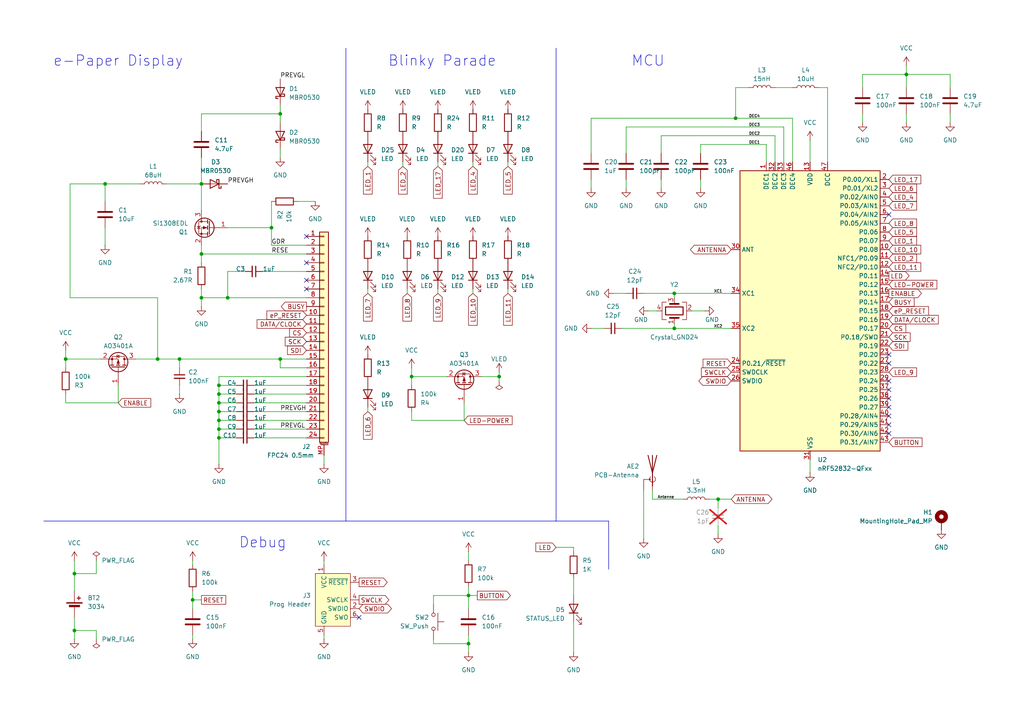
<source format=kicad_sch>
(kicad_sch (version 20231120) (generator "eeschema") (generator_version "8.0")
  (paper "A4")
  (junction (at 135.89 172.72))
  (junction (at 21.59 166.37))
  (junction (at 58.42 53.34))
  (junction (at 213.36 34.29))
  (junction (at 58.42 73.66))
  (junction (at 63.5 116.84))
  (junction (at 63.5 121.92))
  (junction (at 144.78 109.22))
  (junction (at 81.28 104.14))
  (junction (at 63.5 111.76))
  (junction (at 52.07 104.14))
  (junction (at 119.38 109.22))
  (junction (at 19.05 104.14))
  (junction (at 63.5 127))
  (junction (at 21.59 182.88))
  (junction (at 81.28 33.02))
  (junction (at 262.89 21.59))
  (junction (at 55.88 173.99))
  (junction (at 58.42 86.36))
  (junction (at 78.74 66.04))
  (junction (at 63.5 119.38))
  (junction (at 135.89 186.69))
  (junction (at 195.58 95.25))
  (junction (at 63.5 124.46))
  (junction (at 30.48 53.34))
  (junction (at 63.5 114.3))
  (junction (at 66.04 86.36))
  (junction (at 195.58 85.09))
  (junction (at 208.28 144.78))
  (junction (at 45.72 104.14))
  (no_connect (at 257.81 105.41))
  (no_connect (at 257.81 110.49))
  (no_connect (at 257.81 125.73))
  (no_connect (at 104.14 179.07))
  (no_connect (at 88.9 76.2))
  (no_connect (at 257.81 62.23))
  (no_connect (at 257.81 118.11))
  (no_connect (at 257.81 113.03))
  (no_connect (at 88.9 83.82))
  (no_connect (at 257.81 123.19))
  (no_connect (at 257.81 115.57))
  (no_connect (at 257.81 120.65))
  (no_connect (at 88.9 68.58))
  (no_connect (at 257.81 102.87))
  (no_connect (at 88.9 81.28))
  (wire (pts (xy 262.89 21.59) (xy 250.19 21.59)))
  (wire (pts (xy 27.94 185.42) (xy 27.94 182.88)))
  (wire (pts (xy 166.37 158.75) (xy 166.37 160.02)))
  (wire (pts (xy 19.05 101.6) (xy 19.05 104.14)))
  (wire (pts (xy 262.89 19.05) (xy 262.89 21.59)))
  (wire (pts (xy 208.28 147.32) (xy 208.28 144.78)))
  (wire (pts (xy 125.73 175.26) (xy 125.73 172.72)))
  (wire (pts (xy 63.5 121.92) (xy 63.5 119.38)))
  (wire (pts (xy 76.2 78.74) (xy 88.9 78.74)))
  (wire (pts (xy 195.58 85.09) (xy 186.69 85.09)))
  (wire (pts (xy 125.73 172.72) (xy 135.89 172.72)))
  (wire (pts (xy 20.32 53.34) (xy 20.32 86.36)))
  (wire (pts (xy 73.66 111.76) (xy 88.9 111.76)))
  (wire (pts (xy 229.87 46.99) (xy 229.87 34.29)))
  (wire (pts (xy 234.95 133.35) (xy 234.95 137.16)))
  (wire (pts (xy 118.11 83.82) (xy 118.11 85.09)))
  (wire (pts (xy 262.89 21.59) (xy 275.59 21.59)))
  (wire (pts (xy 135.89 170.18) (xy 135.89 172.72)))
  (wire (pts (xy 93.98 132.08) (xy 93.98 134.62)))
  (wire (pts (xy 68.58 114.3) (xy 63.5 114.3)))
  (wire (pts (xy 144.78 107.95) (xy 144.78 109.22)))
  (wire (pts (xy 240.03 25.4) (xy 240.03 46.99)))
  (wire (pts (xy 125.73 186.69) (xy 125.73 185.42)))
  (wire (pts (xy 127 46.99) (xy 127 48.26)))
  (wire (pts (xy 134.62 116.84) (xy 134.62 121.92)))
  (wire (pts (xy 63.5 114.3) (xy 63.5 116.84)))
  (wire (pts (xy 45.72 86.36) (xy 45.72 104.14)))
  (wire (pts (xy 135.89 160.02) (xy 135.89 162.56)))
  (wire (pts (xy 48.26 53.34) (xy 58.42 53.34)))
  (wire (pts (xy 39.37 104.14) (xy 45.72 104.14)))
  (wire (pts (xy 55.88 184.15) (xy 55.88 185.42)))
  (wire (pts (xy 203.2 41.91) (xy 203.2 44.45)))
  (wire (pts (xy 73.66 116.84) (xy 88.9 116.84)))
  (wire (pts (xy 58.42 45.72) (xy 58.42 53.34)))
  (wire (pts (xy 66.04 86.36) (xy 66.04 78.74)))
  (wire (pts (xy 63.5 116.84) (xy 68.58 116.84)))
  (wire (pts (xy 81.28 33.02) (xy 81.28 35.56)))
  (wire (pts (xy 125.73 186.69) (xy 135.89 186.69)))
  (wire (pts (xy 135.89 189.23) (xy 135.89 186.69)))
  (wire (pts (xy 106.68 118.11) (xy 106.68 119.38)))
  (wire (pts (xy 106.68 46.99) (xy 106.68 48.26)))
  (wire (pts (xy 68.58 119.38) (xy 63.5 119.38)))
  (wire (pts (xy 275.59 33.02) (xy 275.59 35.56)))
  (wire (pts (xy 161.29 158.75) (xy 166.37 158.75)))
  (wire (pts (xy 191.77 52.07) (xy 191.77 54.61)))
  (wire (pts (xy 55.88 162.56) (xy 55.88 163.83)))
  (wire (pts (xy 58.42 173.99) (xy 55.88 173.99)))
  (wire (pts (xy 166.37 167.64) (xy 166.37 172.72)))
  (wire (pts (xy 58.42 73.66) (xy 58.42 76.2)))
  (wire (pts (xy 55.88 173.99) (xy 55.88 176.53)))
  (wire (pts (xy 81.28 30.48) (xy 81.28 33.02)))
  (wire (pts (xy 30.48 53.34) (xy 20.32 53.34)))
  (wire (pts (xy 181.61 52.07) (xy 181.61 54.61)))
  (wire (pts (xy 68.58 124.46) (xy 63.5 124.46)))
  (wire (pts (xy 66.04 78.74) (xy 71.12 78.74)))
  (wire (pts (xy 73.66 119.38) (xy 88.9 119.38)))
  (polyline (pts (xy 161.29 151.13) (xy 176.53 151.13)))
  (wire (pts (xy 171.45 34.29) (xy 171.45 44.45)))
  (wire (pts (xy 88.9 86.36) (xy 66.04 86.36)))
  (wire (pts (xy 139.7 109.22) (xy 144.78 109.22)))
  (wire (pts (xy 135.89 184.15) (xy 135.89 186.69)))
  (wire (pts (xy 73.66 124.46) (xy 88.9 124.46)))
  (wire (pts (xy 187.96 90.17) (xy 190.5 90.17)))
  (wire (pts (xy 222.25 46.99) (xy 222.25 41.91)))
  (wire (pts (xy 81.28 104.14) (xy 88.9 104.14)))
  (wire (pts (xy 68.58 121.92) (xy 63.5 121.92)))
  (polyline (pts (xy 100.33 13.97) (xy 100.33 151.13)))
  (wire (pts (xy 34.29 111.76) (xy 34.29 116.84)))
  (wire (pts (xy 86.36 58.42) (xy 91.44 58.42)))
  (wire (pts (xy 73.66 127) (xy 88.9 127)))
  (wire (pts (xy 250.19 33.02) (xy 250.19 35.56)))
  (wire (pts (xy 200.66 90.17) (xy 204.47 90.17)))
  (wire (pts (xy 88.9 106.68) (xy 81.28 106.68)))
  (wire (pts (xy 213.36 34.29) (xy 171.45 34.29)))
  (wire (pts (xy 19.05 116.84) (xy 19.05 114.3)))
  (wire (pts (xy 144.78 110.49) (xy 144.78 109.22)))
  (wire (pts (xy 21.59 179.07) (xy 21.59 182.88)))
  (wire (pts (xy 222.25 41.91) (xy 203.2 41.91)))
  (wire (pts (xy 203.2 52.07) (xy 203.2 54.61)))
  (wire (pts (xy 68.58 111.76) (xy 63.5 111.76)))
  (wire (pts (xy 198.12 144.78) (xy 189.23 144.78)))
  (wire (pts (xy 58.42 71.12) (xy 58.42 73.66)))
  (wire (pts (xy 177.8 85.09) (xy 181.61 85.09)))
  (polyline (pts (xy 161.29 13.97) (xy 161.29 151.13)))
  (wire (pts (xy 212.09 95.25) (xy 195.58 95.25)))
  (wire (pts (xy 137.16 83.82) (xy 137.16 85.09)))
  (wire (pts (xy 135.89 172.72) (xy 135.89 176.53)))
  (wire (pts (xy 138.43 172.72) (xy 135.89 172.72)))
  (wire (pts (xy 147.32 83.82) (xy 147.32 85.09)))
  (wire (pts (xy 66.04 66.04) (xy 78.74 66.04)))
  (wire (pts (xy 52.07 104.14) (xy 81.28 104.14)))
  (wire (pts (xy 30.48 66.04) (xy 30.48 71.12)))
  (wire (pts (xy 129.54 109.22) (xy 119.38 109.22)))
  (wire (pts (xy 134.62 121.92) (xy 119.38 121.92)))
  (wire (pts (xy 55.88 171.45) (xy 55.88 173.99)))
  (wire (pts (xy 78.74 71.12) (xy 88.9 71.12)))
  (wire (pts (xy 58.42 83.82) (xy 58.42 86.36)))
  (wire (pts (xy 195.58 95.25) (xy 180.34 95.25)))
  (polyline (pts (xy 12.7 151.13) (xy 161.29 151.13)))
  (wire (pts (xy 20.32 86.36) (xy 45.72 86.36)))
  (wire (pts (xy 58.42 73.66) (xy 88.9 73.66)))
  (wire (pts (xy 106.68 83.82) (xy 106.68 85.09)))
  (wire (pts (xy 208.28 144.78) (xy 205.74 144.78)))
  (wire (pts (xy 73.66 114.3) (xy 88.9 114.3)))
  (wire (pts (xy 147.32 46.99) (xy 147.32 48.26)))
  (wire (pts (xy 208.28 152.4) (xy 208.28 154.94)))
  (wire (pts (xy 29.21 104.14) (xy 19.05 104.14)))
  (wire (pts (xy 224.79 46.99) (xy 224.79 39.37)))
  (wire (pts (xy 234.95 40.64) (xy 234.95 46.99)))
  (wire (pts (xy 27.94 166.37) (xy 21.59 166.37)))
  (polyline (pts (xy 176.53 151.13) (xy 176.53 165.1)))
  (wire (pts (xy 73.66 121.92) (xy 88.9 121.92)))
  (wire (pts (xy 262.89 33.02) (xy 262.89 35.56)))
  (wire (pts (xy 78.74 66.04) (xy 78.74 71.12)))
  (wire (pts (xy 40.64 53.34) (xy 30.48 53.34)))
  (wire (pts (xy 63.5 109.22) (xy 88.9 109.22)))
  (wire (pts (xy 68.58 127) (xy 63.5 127)))
  (wire (pts (xy 78.74 58.42) (xy 78.74 66.04)))
  (wire (pts (xy 195.58 85.09) (xy 195.58 86.36)))
  (wire (pts (xy 275.59 21.59) (xy 275.59 25.4)))
  (wire (pts (xy 63.5 124.46) (xy 63.5 121.92)))
  (wire (pts (xy 27.94 162.56) (xy 27.94 166.37)))
  (wire (pts (xy 119.38 106.68) (xy 119.38 109.22)))
  (wire (pts (xy 166.37 180.34) (xy 166.37 189.23)))
  (wire (pts (xy 119.38 121.92) (xy 119.38 119.38)))
  (wire (pts (xy 63.5 109.22) (xy 63.5 111.76)))
  (wire (pts (xy 191.77 39.37) (xy 191.77 44.45)))
  (wire (pts (xy 81.28 33.02) (xy 58.42 33.02)))
  (wire (pts (xy 58.42 33.02) (xy 58.42 38.1)))
  (wire (pts (xy 116.84 46.99) (xy 116.84 48.26)))
  (wire (pts (xy 227.33 36.83) (xy 181.61 36.83)))
  (wire (pts (xy 212.09 85.09) (xy 195.58 85.09)))
  (wire (pts (xy 137.16 46.99) (xy 137.16 48.26)))
  (wire (pts (xy 186.69 142.24) (xy 186.69 156.21)))
  (wire (pts (xy 63.5 127) (xy 63.5 134.62)))
  (wire (pts (xy 19.05 104.14) (xy 19.05 106.68)))
  (wire (pts (xy 240.03 25.4) (xy 237.49 25.4)))
  (wire (pts (xy 27.94 182.88) (xy 21.59 182.88)))
  (wire (pts (xy 21.59 162.56) (xy 21.59 166.37)))
  (wire (pts (xy 189.23 142.24) (xy 189.23 144.78)))
  (wire (pts (xy 227.33 46.99) (xy 227.33 36.83)))
  (wire (pts (xy 58.42 86.36) (xy 58.42 88.9)))
  (wire (pts (xy 229.87 34.29) (xy 213.36 34.29)))
  (wire (pts (xy 93.98 184.15) (xy 93.98 185.42)))
  (wire (pts (xy 63.5 111.76) (xy 63.5 114.3)))
  (wire (pts (xy 262.89 25.4) (xy 262.89 21.59)))
  (wire (pts (xy 250.19 21.59) (xy 250.19 25.4)))
  (wire (pts (xy 217.17 25.4) (xy 213.36 25.4)))
  (wire (pts (xy 34.29 116.84) (xy 19.05 116.84)))
  (wire (pts (xy 181.61 36.83) (xy 181.61 44.45)))
  (wire (pts (xy 81.28 106.68) (xy 81.28 104.14)))
  (wire (pts (xy 30.48 53.34) (xy 30.48 58.42)))
  (wire (pts (xy 213.36 25.4) (xy 213.36 34.29)))
  (wire (pts (xy 21.59 182.88) (xy 21.59 185.42)))
  (wire (pts (xy 21.59 166.37) (xy 21.59 171.45)))
  (wire (pts (xy 171.45 95.25) (xy 175.26 95.25)))
  (wire (pts (xy 63.5 119.38) (xy 63.5 116.84)))
  (wire (pts (xy 58.42 53.34) (xy 58.42 60.96)))
  (wire (pts (xy 119.38 109.22) (xy 119.38 111.76)))
  (wire (pts (xy 81.28 43.18) (xy 81.28 45.72)))
  (wire (pts (xy 52.07 111.76) (xy 52.07 114.3)))
  (wire (pts (xy 58.42 86.36) (xy 66.04 86.36)))
  (wire (pts (xy 127 83.82) (xy 127 85.09)))
  (wire (pts (xy 63.5 127) (xy 63.5 124.46)))
  (wire (pts (xy 93.98 162.56) (xy 93.98 163.83)))
  (wire (pts (xy 195.58 93.98) (xy 195.58 95.25)))
  (wire (pts (xy 171.45 52.07) (xy 171.45 54.61)))
  (wire (pts (xy 224.79 39.37) (xy 191.77 39.37)))
  (wire (pts (xy 52.07 104.14) (xy 52.07 106.68)))
  (wire (pts (xy 224.79 25.4) (xy 229.87 25.4)))
  (wire (pts (xy 212.09 144.78) (xy 208.28 144.78)))
  (wire (pts (xy 45.72 104.14) (xy 52.07 104.14)))
  (text "e-Paper Display" (at 34.29 17.78 0) (effects (font (size 3 3))))
  (text "Blinky Parade" (at 128.27 17.78 0) (effects (font (size 3 3))))
  (text "Debug" (at 76.2 157.48 0) (effects (font (size 3 3))))
  (text "MCU" (at 187.96 17.78 0) (effects (font (size 3 3))))
  (label "GDR" (at 78.74 71.12 0))
  (label "DEC1" (at 217.17 41.91 0) (effects (font (size 0.8 0.8))))
  (label "Antenne" (at 195.58 144.78 180) (effects (font (size 0.8 0.8))))
  (label "XC2" (at 207.01 95.25 0) (effects (font (size 0.8 0.8))))
  (label "PREVGL" (at 81.28 22.86 0))
  (label "DEC4" (at 217.17 34.29 0) (effects (font (size 0.8 0.8))))
  (label "XC1" (at 207.01 85.09 0) (effects (font (size 0.8 0.8))))
  (label "PREVGH" (at 66.04 53.34 0))
  (label "PREVGL" (at 81.28 124.46 0))
  (label "RESE" (at 78.74 73.66 0))
  (label "DEC2" (at 217.17 39.37 0) (effects (font (size 0.8 0.8))))
  (label "DEC3" (at 217.17 36.83 0) (effects (font (size 0.8 0.8))))
  (label "PREVGH" (at 81.28 119.38 0))
  (global_label "LED_8" (shape input) (at 118.11 85.09 270) (property "Intersheetrefs" "${INTERSHEET_REFS}" (effects (hide yes))))
  (global_label "eP_RESET" (shape input) (at 88.9 91.44 180) (property "Intersheetrefs" "${INTERSHEET_REFS}" (effects (hide yes))))
  (global_label "LED_1" (shape input) (at 257.81 69.85 0) (property "Intersheetrefs" "${INTERSHEET_REFS}" (effects (hide yes))))
  (global_label "CS" (shape input) (at 257.81 95.25 0) (property "Intersheetrefs" "${INTERSHEET_REFS}" (effects (hide yes))))
  (global_label "ENABLE" (shape output) (at 257.81 85.09 0) (property "Intersheetrefs" "${INTERSHEET_REFS}" (effects (hide yes))))
  (global_label "LED_11" (shape input) (at 257.81 77.47 0) (property "Intersheetrefs" "${INTERSHEET_REFS}" (effects (hide yes))))
  (global_label "ANTENNA" (shape bidirectional) (at 212.09 144.78 0) (property "Intersheetrefs" "${INTERSHEET_REFS}" (effects (hide yes))))
  (global_label "LED_9" (shape input) (at 257.81 107.95 0) (property "Intersheetrefs" "${INTERSHEET_REFS}" (effects (hide yes))))
  (global_label "DATA{slash}CLOCK" (shape input) (at 257.81 92.71 0) (property "Intersheetrefs" "${INTERSHEET_REFS}" (effects (hide yes))))
  (global_label "SWCLK" (shape input) (at 212.09 107.95 180) (property "Intersheetrefs" "${INTERSHEET_REFS}" (effects (hide yes))))
  (global_label "BUTTON" (shape input) (at 257.81 128.27 0) (property "Intersheetrefs" "${INTERSHEET_REFS}" (effects (hide yes))))
  (global_label "SWDIO" (shape bidirectional) (at 104.14 176.53 0) (property "Intersheetrefs" "${INTERSHEET_REFS}" (effects (hide yes))))
  (global_label "BUSY" (shape output) (at 88.9 88.9 180) (property "Intersheetrefs" "${INTERSHEET_REFS}" (effects (hide yes))))
  (global_label "CS" (shape input) (at 88.9 96.52 180) (property "Intersheetrefs" "${INTERSHEET_REFS}" (effects (hide yes))))
  (global_label "LED_11" (shape input) (at 147.32 85.09 270) (property "Intersheetrefs" "${INTERSHEET_REFS}" (effects (hide yes))))
  (global_label "LED_9" (shape input) (at 127 85.09 270) (property "Intersheetrefs" "${INTERSHEET_REFS}" (effects (hide yes))))
  (global_label "LED_7" (shape input) (at 106.68 85.09 270) (property "Intersheetrefs" "${INTERSHEET_REFS}" (effects (hide yes))))
  (global_label "RESET" (shape input) (at 212.09 105.41 180) (property "Intersheetrefs" "${INTERSHEET_REFS}" (effects (hide yes))))
  (global_label "LED_17" (shape input) (at 257.81 52.07 0) (property "Intersheetrefs" "${INTERSHEET_REFS}" (effects (hide yes))))
  (global_label "LED_7" (shape input) (at 257.81 59.69 0) (property "Intersheetrefs" "${INTERSHEET_REFS}" (effects (hide yes))))
  (global_label "LED" (shape output) (at 257.81 80.01 0) (property "Intersheetrefs" "${INTERSHEET_REFS}" (effects (hide yes))))
  (global_label "LED_17" (shape input) (at 127 48.26 270) (property "Intersheetrefs" "${INTERSHEET_REFS}" (effects (hide yes))))
  (global_label "LED_6" (shape input) (at 257.81 54.61 0) (property "Intersheetrefs" "${INTERSHEET_REFS}" (effects (hide yes))))
  (global_label "LED_5" (shape input) (at 257.81 67.31 0) (property "Intersheetrefs" "${INTERSHEET_REFS}" (effects (hide yes))))
  (global_label "DATA{slash}CLOCK" (shape input) (at 88.9 93.98 180) (property "Intersheetrefs" "${INTERSHEET_REFS}" (effects (hide yes))))
  (global_label "LED_6" (shape input) (at 106.68 119.38 270) (property "Intersheetrefs" "${INTERSHEET_REFS}" (effects (hide yes))))
  (global_label "LED" (shape input) (at 161.29 158.75 180) (property "Intersheetrefs" "${INTERSHEET_REFS}" (effects (hide yes))))
  (global_label "BUTTON" (shape output) (at 138.43 172.72 0) (property "Intersheetrefs" "${INTERSHEET_REFS}" (effects (hide yes))))
  (global_label "ANTENNA" (shape bidirectional) (at 212.09 72.39 180) (property "Intersheetrefs" "${INTERSHEET_REFS}" (effects (hide yes))))
  (global_label "LED_10" (shape input) (at 137.16 85.09 270) (property "Intersheetrefs" "${INTERSHEET_REFS}" (effects (hide yes))))
  (global_label "LED_2" (shape input) (at 116.84 48.26 270) (property "Intersheetrefs" "${INTERSHEET_REFS}" (effects (hide yes))))
  (global_label "eP_RESET" (shape input) (at 257.81 90.17 0) (property "Intersheetrefs" "${INTERSHEET_REFS}" (effects (hide yes))))
  (global_label "LED_2" (shape input) (at 257.81 74.93 0) (property "Intersheetrefs" "${INTERSHEET_REFS}" (effects (hide yes))))
  (global_label "SCK" (shape input) (at 88.9 99.06 180) (property "Intersheetrefs" "${INTERSHEET_REFS}" (effects (hide yes))))
  (global_label "SWDIO" (shape bidirectional) (at 212.09 110.49 180) (property "Intersheetrefs" "${INTERSHEET_REFS}" (effects (hide yes))))
  (global_label "SCK" (shape input) (at 257.81 97.79 0) (property "Intersheetrefs" "${INTERSHEET_REFS}" (effects (hide yes))))
  (global_label "LED_5" (shape input) (at 147.32 48.26 270) (property "Intersheetrefs" "${INTERSHEET_REFS}" (effects (hide yes))))
  (global_label "LED_10" (shape input) (at 257.81 72.39 0) (property "Intersheetrefs" "${INTERSHEET_REFS}" (effects (hide yes))))
  (global_label "LED-POWER" (shape input) (at 257.81 82.55 0) (property "Intersheetrefs" "${INTERSHEET_REFS}" (effects (hide yes))))
  (global_label "SDI" (shape input) (at 257.81 100.33 0) (property "Intersheetrefs" "${INTERSHEET_REFS}" (effects (hide yes))))
  (global_label "LED_4" (shape input) (at 257.81 57.15 0) (property "Intersheetrefs" "${INTERSHEET_REFS}" (effects (hide yes))))
  (global_label "LED-POWER" (shape input) (at 134.62 121.92 0) (property "Intersheetrefs" "${INTERSHEET_REFS}" (effects (hide yes))))
  (global_label "ENABLE" (shape input) (at 34.29 116.84 0) (property "Intersheetrefs" "${INTERSHEET_REFS}" (effects (hide yes))))
  (global_label "RESET" (shape output) (at 104.14 168.91 0) (property "Intersheetrefs" "${INTERSHEET_REFS}" (effects (hide yes))))
  (global_label "RESET" (shape passive) (at 58.42 173.99 0) (property "Intersheetrefs" "${INTERSHEET_REFS}" (effects (hide yes))))
  (global_label "BUSY" (shape input) (at 257.81 87.63 0) (property "Intersheetrefs" "${INTERSHEET_REFS}" (effects (hide yes))))
  (global_label "LED_1" (shape input) (at 106.68 48.26 270) (property "Intersheetrefs" "${INTERSHEET_REFS}" (effects (hide yes))))
  (global_label "SDI" (shape input) (at 88.9 101.6 180) (property "Intersheetrefs" "${INTERSHEET_REFS}" (effects (hide yes))))
  (global_label "LED_8" (shape input) (at 257.81 64.77 0) (property "Intersheetrefs" "${INTERSHEET_REFS}" (effects (hide yes))))
  (global_label "SWCLK" (shape output) (at 104.14 173.99 0) (property "Intersheetrefs" "${INTERSHEET_REFS}" (effects (hide yes))))
  (global_label "LED_4" (shape input) (at 137.16 48.26 270) (property "Intersheetrefs" "${INTERSHEET_REFS}" (effects (hide yes))))
  (symbol (lib_id "Device:L") (at 44.45 53.34 270) (mirror x) (unit 1)
    (property "Reference" "L1" (at 44.45 48.26 90))
    (property "Value" "68uH" (at 44.45 50.8 90))
    (property "Footprint" "Inductor_SMD:L_1210_3225Metric" (effects (hide yes)))
    (property "Description" "Inductor" (effects (hide yes)))
  )
  (symbol (lib_id "Connector_Generic_MountingPin:Conn_01x24_MountingPin") (at 93.98 96.52 0) (unit 1)
    (property "Reference" "J2" (at 87.63 129.54 0) (effects (justify left)))
    (property "Value" "FPC24 0.5mm" (at 77.47 132.08 0) (effects (justify left)))
    (property "Footprint" "g-Connector_FPC:AMPHENOL_SFV24R-4STBE1HLF" (effects (hide yes)))
    (property "Description" "Generic connectable mounting pin connector, single row, 01x24, script generated (kicad-library-utils/schlib/autogen/connector/)" (effects (hide yes)))
  )
  (symbol (lib_id "Device:R") (at 55.88 167.64 0) (unit 1)
    (property "Reference" "R6" (at 58.42 166.37 0) (effects (justify left)))
    (property "Value" "100k" (at 58.42 168.91 0) (effects (justify left)))
    (property "Footprint" "Resistor_SMD:R_0603_1608Metric" (effects (hide yes)))
    (property "Description" "Resistor" (effects (hide yes)))
    (property "LCSC#" "C25741" (effects (hide yes)))
    (property "MPN" "100K" (effects (hide yes)))
  )
  (symbol (lib_id "Device:R") (at 166.37 163.83 0) (unit 1)
    (property "Reference" "R5" (at 168.91 162.56 0) (effects (justify left)))
    (property "Value" "1K" (at 168.91 165.1 0) (effects (justify left)))
    (property "Footprint" "Resistor_SMD:R_0603_1608Metric" (effects (hide yes)))
    (property "Description" "Resistor" (effects (hide yes)))
    (property "LCSC#" "C11702" (effects (hide yes)))
    (property "MPN" "1K" (effects (hide yes)))
  )
  (symbol (lib_id "power:GND") (at 63.5 134.62 0) (unit 1)
    (property "Reference" "#PWR03" (effects (hide yes)))
    (property "Value" "GND" (at 63.5 139.7 0))
    (property "Description" "Power symbol creates a global label with name \"GND\" , ground" (effects (hide yes)))
  )
  (symbol (lib_id "power:GND") (at 204.47 90.17 90) (unit 1)
    (property "Reference" "#PWR035" (effects (hide yes)))
    (property "Value" "GND" (at 204.47 92.71 90) (effects (justify right)))
    (property "Description" "Power symbol creates a global label with name \"GND\" , ground" (effects (hide yes)))
  )
  (symbol (lib_id "Device:C") (at 275.59 29.21 0) (unit 1)
    (property "Reference" "C19" (at 279.4 27.94 0) (effects (justify left)))
    (property "Value" "4.7uF" (at 279.4 30.48 0) (effects (justify left)))
    (property "Footprint" "Capacitor_SMD:C_0603_1608Metric" (effects (hide yes)))
    (property "Description" "Unpolarized capacitor" (effects (hide yes)))
    (property "LCSC#" "C19666" (effects (hide yes)))
    (property "MPN" "4,7uF 0603" (effects (hide yes)))
  )
  (symbol (lib_id "power:GND") (at 52.07 114.3 0) (unit 1)
    (property "Reference" "#PWR07" (effects (hide yes)))
    (property "Value" "GND" (at 52.07 119.38 0))
    (property "Description" "Power symbol creates a global label with name \"GND\" , ground" (effects (hide yes)))
  )
  (symbol (lib_id "Device:Antenna_Shield") (at 189.23 137.16 0) (mirror y) (unit 1) (in_bom no)
    (property "Reference" "AE2" (at 185.42 135.255 0) (effects (justify left)))
    (property "Value" "PCB-Antenna" (at 185.42 137.795 0) (effects (justify left)))
    (property "Footprint" "RF_Antenna:Texas_SWRA117D_2.4GHz_Right" (effects (hide yes)))
    (property "Description" "Antenna with extra pin for shielding" (effects (hide yes)))
    (property "LCSC#" "-" (effects (hide yes)))
    (property "MPN" "-" (effects (hide yes)))
  )
  (symbol (lib_id "power:GND") (at 81.28 45.72 0) (unit 1)
    (property "Reference" "#PWR06" (effects (hide yes)))
    (property "Value" "GND" (at 81.28 50.8 0))
    (property "Description" "Power symbol creates a global label with name \"GND\" , ground" (effects (hide yes)))
  )
  (symbol (lib_id "power:GND") (at 181.61 54.61 0) (unit 1)
    (property "Reference" "#PWR030" (effects (hide yes)))
    (property "Value" "GND" (at 181.61 59.69 0))
    (property "Description" "Power symbol creates a global label with name \"GND\" , ground" (effects (hide yes)))
  )
  (symbol (lib_id "Device:LED") (at 137.16 80.01 90) (unit 1)
    (property "Reference" "D13" (at 140.97 80.3274 90) (effects (justify right)))
    (property "Value" "LED" (at 140.97 82.8674 90) (effects (justify right)))
    (property "Footprint" "g-LED_SMD:LTST-C230" (effects (hide yes)))
    (property "Description" "Light emitting diode" (effects (hide yes)))
  )
  (symbol (lib_id "power:GND") (at 93.98 134.62 0) (unit 1)
    (property "Reference" "#PWR09" (effects (hide yes)))
    (property "Value" "GND" (at 93.98 139.7 0))
    (property "Description" "Power symbol creates a global label with name \"GND\" , ground" (effects (hide yes)))
  )
  (symbol (lib_id "power:GND") (at 91.44 58.42 0) (unit 1)
    (property "Reference" "#PWR04" (effects (hide yes)))
    (property "Value" "GND" (at 91.44 63.5 0))
    (property "Description" "Power symbol creates a global label with name \"GND\" , ground" (effects (hide yes)))
  )
  (symbol (lib_id "Device:LED") (at 127 43.18 90) (unit 1)
    (property "Reference" "D20" (at 130.81 43.4974 90) (effects (justify right)))
    (property "Value" "LED" (at 130.81 46.0374 90) (effects (justify right)))
    (property "Footprint" "g-LED_SMD:LTST-C230" (effects (hide yes)))
    (property "Description" "Light emitting diode" (effects (hide yes)))
  )
  (symbol (lib_id "Device:C_Small") (at 184.15 85.09 270) (mirror x) (unit 1)
    (property "Reference" "C24" (at 184.1436 78.74 90))
    (property "Value" "12pF" (at 184.1436 81.28 90))
    (property "Footprint" "Capacitor_SMD:C_0402_1005Metric" (effects (hide yes)))
    (property "Description" "Unpolarized capacitor, small symbol" (effects (hide yes)))
    (property "LCSC#" "C1547" (effects (hide yes)))
    (property "MPN" "12pF 0402" (effects (hide yes)))
  )
  (symbol (lib_id "g-power:VLED") (at 137.16 68.58 0) (unit 1)
    (property "Reference" "#PWR045" (effects (hide yes)))
    (property "Value" "VLED" (at 137.16 63.5 0))
    (property "Description" "Power symbol creates a global label with name \"VDC\"" (effects (hide yes)))
  )
  (symbol (lib_id "Device:L") (at 220.98 25.4 90) (unit 1)
    (property "Reference" "L3" (at 220.98 20.32 90))
    (property "Value" "15nH" (at 220.98 22.86 90))
    (property "Footprint" "Inductor_SMD:L_0402_1005Metric" (effects (hide yes)))
    (property "Description" "Inductor" (effects (hide yes)))
    (property "LCSC#" "C27143" (effects (hide yes)))
    (property "MPN" "LQW15AN15NH00D" (effects (hide yes)))
    (property "Manufacturer" "Murata Electronics" (effects (hide yes)))
  )
  (symbol (lib_id "g-power:VLED") (at 106.68 31.75 0) (unit 1)
    (property "Reference" "#PWR018" (effects (hide yes)))
    (property "Value" "VLED" (at 106.68 26.67 0))
    (property "Description" "Power symbol creates a global label with name \"VDC\"" (effects (hide yes)))
  )
  (symbol (lib_id "Device:C_Small") (at 208.28 149.86 0) (mirror y) (unit 1) (in_bom no) (dnp yes)
    (property "Reference" "C26" (at 205.74 148.5963 0) (effects (justify left)))
    (property "Value" "1pF" (at 205.74 151.1363 0) (effects (justify left)))
    (property "Footprint" "Capacitor_SMD:C_0402_1005Metric" (effects (hide yes)))
    (property "Description" "Unpolarized capacitor, small symbol" (effects (hide yes)))
    (property "LCSC#" "-" (effects (hide yes)))
    (property "MPN" "-" (effects (hide yes)))
  )
  (symbol (lib_id "MCU_Nordic:nRF52832-QFxx") (at 234.95 90.17 0) (unit 1)
    (property "Reference" "U2" (at 237.1441 133.35 0) (effects (justify left)))
    (property "Value" "nRF52832-QFxx" (at 237.1441 135.89 0) (effects (justify left)))
    (property "Footprint" "Package_DFN_QFN:QFN-48-1EP_6x6mm_P0.4mm_EP4.6x4.6mm" (effects (hide yes)))
    (property "Datasheet" "http://infocenter.nordicsemi.com/pdf/nRF52832_PS_v1.4.pdf" (effects (hide yes)))
    (property "Description" "Multiprotocol BLE/2.4GHz Cortex-M4 SoC, QFN-48" (effects (hide yes)))
    (property "LCSC#" "C77540" (effects (hide yes)))
    (property "MPN" "NRF52832-QFAA-R" (effects (hide yes)))
    (property "Manufacturer" "Nordic Semicon" (effects (hide yes)))
  )
  (symbol (lib_id "Device:R") (at 127 72.39 0) (unit 1)
    (property "Reference" "R16" (at 129.54 71.1199 0) (effects (justify left)))
    (property "Value" "R" (at 129.54 73.6599 0) (effects (justify left)))
    (property "Footprint" "Resistor_SMD:R_0603_1608Metric" (effects (hide yes)))
    (property "Description" "Resistor" (effects (hide yes)))
  )
  (symbol (lib_id "power:VCC") (at 55.88 162.56 0) (unit 1)
    (property "Reference" "#PWR023" (effects (hide yes)))
    (property "Value" "VCC" (at 55.88 157.48 0))
    (property "Description" "Power symbol creates a global label with name \"VCC\"" (effects (hide yes)))
  )
  (symbol (lib_id "Device:C_Small") (at 71.12 124.46 270) (unit 1)
    (property "Reference" "C9" (at 68.58 124.46 90) (effects (justify right bottom)))
    (property "Value" "1uF" (at 73.66 124.46 90) (effects (justify left bottom)))
    (property "Footprint" "Capacitor_SMD:C_0603_1608Metric" (effects (hide yes)))
    (property "Description" "Unpolarized capacitor, small symbol" (effects (hide yes)))
  )
  (symbol (lib_id "Device:Battery_Cell") (at 21.59 176.53 0) (unit 1)
    (property "Reference" "BT2" (at 25.4 173.4185 0) (effects (justify left)))
    (property "Value" "3034" (at 25.4 175.9585 0) (effects (justify left)))
    (property "Footprint" "Battery:BatteryHolder_Keystone_3034_1x20mm" (effects (hide yes)))
    (property "Description" "Single-cell battery" (effects (hide yes)))
    (property "LCSC#" "C5213768" (effects (hide yes)))
    (property "MPN" "3034TR" (effects (hide yes)))
    (property "Manufacturer" "Keystone" (effects (hide yes)))
  )
  (symbol (lib_id "power:VCC") (at 135.89 160.02 0) (unit 1)
    (property "Reference" "#PWR08" (effects (hide yes)))
    (property "Value" "VCC" (at 135.89 154.94 0))
    (property "Description" "Power symbol creates a global label with name \"VCC\"" (effects (hide yes)))
  )
  (symbol (lib_id "Device:R") (at 106.68 106.68 0) (unit 1)
    (property "Reference" "R13" (at 109.22 105.4099 0) (effects (justify left)))
    (property "Value" "R" (at 109.22 107.9499 0) (effects (justify left)))
    (property "Footprint" "Resistor_SMD:R_0603_1608Metric" (effects (hide yes)))
    (property "Description" "Resistor" (effects (hide yes)))
  )
  (symbol (lib_id "Device:LED") (at 127 80.01 90) (unit 1)
    (property "Reference" "D12" (at 130.81 80.3274 90) (effects (justify right)))
    (property "Value" "LED" (at 130.81 82.8674 90) (effects (justify right)))
    (property "Footprint" "g-LED_SMD:LTST-C230" (effects (hide yes)))
    (property "Description" "Light emitting diode" (effects (hide yes)))
  )
  (symbol (lib_id "g-power:VLED") (at 137.16 31.75 0) (unit 1)
    (property "Reference" "#PWR021" (effects (hide yes)))
    (property "Value" "VLED" (at 137.16 26.67 0))
    (property "Description" "Power symbol creates a global label with name \"VDC\"" (effects (hide yes)))
  )
  (symbol (lib_id "Device:LED") (at 166.37 176.53 90) (unit 1)
    (property "Reference" "D5" (at 163.83 176.8475 90) (effects (justify left)))
    (property "Value" "STATUS_LED" (at 163.83 179.3875 90) (effects (justify left)))
    (property "Footprint" "LED_SMD:LED_0603_1608Metric" (effects (hide yes)))
    (property "Description" "Light emitting diode" (effects (hide yes)))
    (property "LCSC#" "C72043" (effects (hide yes)))
    (property "MPN" " KP-1608SGC" (effects (hide yes)))
  )
  (symbol (lib_id "Device:C") (at 30.48 62.23 0) (unit 1)
    (property "Reference" "C1" (at 34.29 60.9599 0) (effects (justify left)))
    (property "Value" "10uF" (at 34.29 63.4999 0) (effects (justify left)))
    (property "Footprint" "Capacitor_SMD:C_0603_1608Metric" (effects (hide yes)))
    (property "Description" "Unpolarized capacitor" (effects (hide yes)))
  )
  (symbol (lib_id "Device:C_Small") (at 71.12 119.38 270) (unit 1)
    (property "Reference" "C7" (at 68.58 119.38 90) (effects (justify right bottom)))
    (property "Value" "1uF" (at 73.66 119.38 90) (effects (justify left bottom)))
    (property "Footprint" "Capacitor_SMD:C_0603_1608Metric" (effects (hide yes)))
    (property "Description" "Unpolarized capacitor, small symbol" (effects (hide yes)))
  )
  (symbol (lib_id "power:GND") (at 93.98 185.42 0) (unit 1)
    (property "Reference" "#PWR027" (effects (hide yes)))
    (property "Value" "GND" (at 93.98 190.5 0))
    (property "Description" "Power symbol creates a global label with name \"GND\" , ground" (effects (hide yes)))
  )
  (symbol (lib_id "Device:R") (at 147.32 35.56 0) (unit 1)
    (property "Reference" "R12" (at 149.86 34.2899 0) (effects (justify left)))
    (property "Value" "R" (at 149.86 36.8299 0) (effects (justify left)))
    (property "Footprint" "Resistor_SMD:R_0603_1608Metric" (effects (hide yes)))
    (property "Description" "Resistor" (effects (hide yes)))
  )
  (symbol (lib_id "Device:LED") (at 106.68 114.3 90) (unit 1)
    (property "Reference" "D9" (at 110.49 114.6174 90) (effects (justify right)))
    (property "Value" "LED" (at 110.49 117.1574 90) (effects (justify right)))
    (property "Footprint" "g-LED_SMD:LTST-C230" (effects (hide yes)))
    (property "Description" "Light emitting diode" (effects (hide yes)))
  )
  (symbol (lib_id "Device:LED") (at 147.32 80.01 90) (unit 1)
    (property "Reference" "D14" (at 151.13 80.3274 90) (effects (justify right)))
    (property "Value" "LED" (at 151.13 82.8674 90) (effects (justify right)))
    (property "Footprint" "g-LED_SMD:LTST-C230" (effects (hide yes)))
    (property "Description" "Light emitting diode" (effects (hide yes)))
  )
  (symbol (lib_id "power:GND") (at 273.05 153.67 0) (mirror y) (unit 1)
    (property "Reference" "#PWR054" (effects (hide yes)))
    (property "Value" "GND" (at 273.05 158.75 0))
    (property "Description" "Power symbol creates a global label with name \"GND\" , ground" (effects (hide yes)))
  )
  (symbol (lib_id "power:VCC") (at 21.59 162.56 0) (unit 1)
    (property "Reference" "#PWR022" (effects (hide yes)))
    (property "Value" "VCC" (at 21.59 157.48 0))
    (property "Description" "Power symbol creates a global label with name \"VCC\"" (effects (hide yes)))
  )
  (symbol (lib_id "Device:C") (at 262.89 29.21 0) (unit 1)
    (property "Reference" "C18" (at 266.7 27.94 0) (effects (justify left)))
    (property "Value" "100nF" (at 266.7 30.48 0) (effects (justify left)))
    (property "Footprint" "Capacitor_SMD:C_0402_1005Metric" (effects (hide yes)))
    (property "Description" "Unpolarized capacitor" (effects (hide yes)))
    (property "LCSC#" "C1525" (effects (hide yes)))
    (property "MPN" "100nF 0402" (effects (hide yes)))
  )
  (symbol (lib_id "g-power:VLED") (at 127 68.58 0) (unit 1)
    (property "Reference" "#PWR044" (effects (hide yes)))
    (property "Value" "VLED" (at 127 63.5 0))
    (property "Description" "Power symbol creates a global label with name \"VDC\"" (effects (hide yes)))
  )
  (symbol (lib_id "power:VCC") (at 119.38 106.68 0) (unit 1)
    (property "Reference" "#PWR016" (effects (hide yes)))
    (property "Value" "VCC" (at 119.38 101.6 0))
    (property "Description" "Power symbol creates a global label with name \"VCC\"" (effects (hide yes)))
  )
  (symbol (lib_id "Device:C_Small") (at 52.07 109.22 0) (unit 1)
    (property "Reference" "C2" (at 54.61 107.9562 0) (effects (justify left)))
    (property "Value" "100nF" (at 54.61 110.4962 0) (effects (justify left)))
    (property "Footprint" "Capacitor_SMD:C_0402_1005Metric" (effects (hide yes)))
    (property "Description" "Unpolarized capacitor, small symbol" (effects (hide yes)))
  )
  (symbol (lib_id "power:GND") (at 177.8 85.09 270) (unit 1)
    (property "Reference" "#PWR033" (effects (hide yes)))
    (property "Value" "GND" (at 173.99 85.09 90) (effects (justify right)))
    (property "Description" "Power symbol creates a global label with name \"GND\" , ground" (effects (hide yes)))
  )
  (symbol (lib_id "Device:R") (at 137.16 72.39 0) (unit 1)
    (property "Reference" "R17" (at 139.7 71.1199 0) (effects (justify left)))
    (property "Value" "R" (at 139.7 73.6599 0) (effects (justify left)))
    (property "Footprint" "Resistor_SMD:R_0603_1608Metric" (effects (hide yes)))
    (property "Description" "Resistor" (effects (hide yes)))
  )
  (symbol (lib_id "Device:C_Small") (at 71.12 121.92 270) (unit 1)
    (property "Reference" "C8" (at 68.58 121.92 90) (effects (justify right bottom)))
    (property "Value" "1uF" (at 73.66 121.92 90) (effects (justify left bottom)))
    (property "Footprint" "Capacitor_SMD:C_0603_1608Metric" (effects (hide yes)))
    (property "Description" "Unpolarized capacitor, small symbol" (effects (hide yes)))
  )
  (symbol (lib_id "Device:C") (at 135.89 180.34 0) (unit 1)
    (property "Reference" "C16" (at 139.7 179.07 0) (effects (justify left)))
    (property "Value" "100nF" (at 139.7 181.61 0) (effects (justify left)))
    (property "Footprint" "Capacitor_SMD:C_0402_1005Metric" (effects (hide yes)))
    (property "Description" "Unpolarized capacitor" (effects (hide yes)))
    (property "LCSC#" "C1525" (effects (hide yes)))
    (property "MPN" "100nF 0402" (effects (hide yes)))
  )
  (symbol (lib_id "g-power:VLED") (at 106.68 68.58 0) (unit 1)
    (property "Reference" "#PWR042" (effects (hide yes)))
    (property "Value" "VLED" (at 106.68 63.5 0))
    (property "Description" "Power symbol creates a global label with name \"VDC\"" (effects (hide yes)))
  )
  (symbol (lib_id "Device:R") (at 116.84 35.56 0) (unit 1)
    (property "Reference" "R9" (at 119.38 34.2899 0) (effects (justify left)))
    (property "Value" "R" (at 119.38 36.8299 0) (effects (justify left)))
    (property "Footprint" "Resistor_SMD:R_0603_1608Metric" (effects (hide yes)))
    (property "Description" "Resistor" (effects (hide yes)))
  )
  (symbol (lib_id "Diode:MBR0530") (at 62.23 53.34 180) (unit 1)
    (property "Reference" "D3" (at 62.5475 46.99 0))
    (property "Value" "MBR0530" (at 62.5475 49.53 0))
    (property "Footprint" "Diode_SMD:D_SOD-123" (effects (hide yes)))
    (property "Datasheet" "http://www.mccsemi.com/up_pdf/MBR0520~MBR0580(SOD123).pdf" (effects (hide yes)))
    (property "Description" "30V 0.5A Schottky Power Rectifier Diode, SOD-123" (effects (hide yes)))
  )
  (symbol (lib_id "power:GND") (at 135.89 189.23 0) (unit 1)
    (property "Reference" "#PWR014" (effects (hide yes)))
    (property "Value" "GND" (at 135.89 194.31 0))
    (property "Description" "Power symbol creates a global label with name \"GND\" , ground" (effects (hide yes)))
  )
  (symbol (lib_id "Device:R") (at 58.42 80.01 0) (mirror x) (unit 1)
    (property "Reference" "R1" (at 55.88 78.7399 0) (effects (justify right)))
    (property "Value" "2.67R" (at 55.88 81.2799 0) (effects (justify right)))
    (property "Footprint" "Resistor_SMD:R_0603_1608Metric" (effects (hide yes)))
    (property "Description" "Resistor" (effects (hide yes)))
  )
  (symbol (lib_id "Device:C") (at 55.88 180.34 0) (unit 1)
    (property "Reference" "C15" (at 59.69 179.07 0) (effects (justify left)))
    (property "Value" "100nF" (at 59.69 181.61 0) (effects (justify left)))
    (property "Footprint" "Capacitor_SMD:C_0402_1005Metric" (effects (hide yes)))
    (property "Description" "Unpolarized capacitor" (effects (hide yes)))
    (property "LCSC#" "C1525" (effects (hide yes)))
    (property "MPN" "100nF 0402" (effects (hide yes)))
  )
  (symbol (lib_id "power:GND") (at 55.88 185.42 0) (unit 1)
    (property "Reference" "#PWR026" (effects (hide yes)))
    (property "Value" "GND" (at 55.88 190.5 0))
    (property "Description" "Power symbol creates a global label with name \"GND\" , ground" (effects (hide yes)))
  )
  (symbol (lib_id "power:GND") (at 191.77 54.61 0) (unit 1)
    (property "Reference" "#PWR031" (effects (hide yes)))
    (property "Value" "GND" (at 191.77 59.69 0))
    (property "Description" "Power symbol creates a global label with name \"GND\" , ground" (effects (hide yes)))
  )
  (symbol (lib_id "power:VCC") (at 234.95 40.64 0) (unit 1)
    (property "Reference" "#PWR012" (effects (hide yes)))
    (property "Value" "VCC" (at 234.95 35.56 0))
    (property "Description" "Power symbol creates a global label with name \"VCC\"" (effects (hide yes)))
  )
  (symbol (lib_id "Device:C") (at 58.42 41.91 0) (unit 1)
    (property "Reference" "C11" (at 62.23 40.6399 0) (effects (justify left)))
    (property "Value" "4.7uF" (at 62.23 43.1799 0) (effects (justify left)))
    (property "Footprint" "Capacitor_SMD:C_0603_1608Metric" (effects (hide yes)))
    (property "Description" "Unpolarized capacitor" (effects (hide yes)))
  )
  (symbol (lib_id "power:GND") (at 187.96 90.17 270) (unit 1)
    (property "Reference" "#PWR034" (effects (hide yes)))
    (property "Value" "GND" (at 187.96 92.71 90) (effects (justify right)))
    (property "Description" "Power symbol creates a global label with name \"GND\" , ground" (effects (hide yes)))
  )
  (symbol (lib_id "Device:LED") (at 137.16 43.18 90) (unit 1)
    (property "Reference" "D7" (at 140.97 43.4974 90) (effects (justify right)))
    (property "Value" "LED" (at 140.97 46.0374 90) (effects (justify right)))
    (property "Footprint" "g-LED_SMD:LTST-C230" (effects (hide yes)))
    (property "Description" "Light emitting diode" (effects (hide yes)))
  )
  (symbol (lib_id "Device:C") (at 203.2 48.26 0) (unit 1)
    (property "Reference" "C23" (at 207.01 46.99 0) (effects (justify left)))
    (property "Value" "100nF" (at 207.01 49.53 0) (effects (justify left)))
    (property "Footprint" "Capacitor_SMD:C_0402_1005Metric" (effects (hide yes)))
    (property "Description" "Unpolarized capacitor" (effects (hide yes)))
    (property "LCSC#" "C1525" (effects (hide yes)))
    (property "MPN" "100nF 0402" (effects (hide yes)))
  )
  (symbol (lib_id "Device:R") (at 19.05 110.49 0) (mirror y) (unit 1)
    (property "Reference" "R3" (at 21.59 111.7601 0) (effects (justify right)))
    (property "Value" "100k" (at 21.59 109.2201 0) (effects (justify right)))
    (property "Footprint" "Resistor_SMD:R_0603_1608Metric" (effects (hide yes)))
    (property "Description" "Resistor" (effects (hide yes)))
  )
  (symbol (lib_id "Device:LED") (at 106.68 80.01 90) (unit 1)
    (property "Reference" "D10" (at 110.49 80.3274 90) (effects (justify right)))
    (property "Value" "LED" (at 110.49 82.8674 90) (effects (justify right)))
    (property "Footprint" "g-LED_SMD:LTST-C230" (effects (hide yes)))
    (property "Description" "Light emitting diode" (effects (hide yes)))
  )
  (symbol (lib_id "Device:LED") (at 118.11 80.01 90) (unit 1)
    (property "Reference" "D6" (at 121.92 80.3274 90) (effects (justify right)))
    (property "Value" "LED" (at 121.92 82.8674 90) (effects (justify right)))
    (property "Footprint" "g-LED_SMD:LTST-C230" (effects (hide yes)))
    (property "Description" "Light emitting diode" (effects (hide yes)))
  )
  (symbol (lib_id "Device:R") (at 119.38 115.57 0) (mirror y) (unit 1)
    (property "Reference" "R4" (at 121.92 116.8401 0) (effects (justify right)))
    (property "Value" "100k" (at 121.92 114.3001 0) (effects (justify right)))
    (property "Footprint" "Resistor_SMD:R_0603_1608Metric" (effects (hide yes)))
    (property "Description" "Resistor" (effects (hide yes)))
  )
  (symbol (lib_id "g-power:VLED") (at 144.78 107.95 0) (unit 1)
    (property "Reference" "#PWR017" (effects (hide yes)))
    (property "Value" "VLED" (at 144.78 104.14 0))
    (property "Description" "Power symbol creates a global label with name \"VDC\"" (effects (hide yes)))
  )
  (symbol (lib_id "power:GND") (at 166.37 189.23 0) (unit 1)
    (property "Reference" "#PWR010" (effects (hide yes)))
    (property "Value" "GND" (at 166.37 194.31 0))
    (property "Description" "Power symbol creates a global label with name \"GND\" , ground" (effects (hide yes)))
  )
  (symbol (lib_id "Device:C_Small") (at 71.12 127 270) (unit 1)
    (property "Reference" "C10" (at 68.58 127 90) (effects (justify right bottom)))
    (property "Value" "1uF" (at 73.66 127 90) (effects (justify left bottom)))
    (property "Footprint" "Capacitor_SMD:C_0603_1608Metric" (effects (hide yes)))
    (property "Description" "Unpolarized capacitor, small symbol" (effects (hide yes)))
  )
  (symbol (lib_id "Transistor_FET:Si1308EDL") (at 60.96 66.04 0) (mirror y) (unit 1)
    (property "Reference" "Q1" (at 54.61 67.3101 0) (effects (justify left)))
    (property "Value" "Si1308EDL" (at 54.61 64.7701 0) (effects (justify left)))
    (property "Footprint" "Package_TO_SOT_SMD:SOT-323_SC-70" (effects (hide yes)))
    (property "Datasheet" "https://www.vishay.com/docs/63399/si1308edl.pdf" (effects (hide yes)))
    (property "Description" "30V Vds, 1.4A Id, N-Channel MOSFET, SC-70" (effects (hide yes)))
  )
  (symbol (lib_id "Device:R") (at 106.68 35.56 0) (unit 1)
    (property "Reference" "R8" (at 109.22 34.2899 0) (effects (justify left)))
    (property "Value" "R" (at 109.22 36.8299 0) (effects (justify left)))
    (property "Footprint" "Resistor_SMD:R_0603_1608Metric" (effects (hide yes)))
    (property "Description" "Resistor" (effects (hide yes)))
  )
  (symbol (lib_id "power:GND") (at 171.45 95.25 270) (unit 1)
    (property "Reference" "#PWR036" (effects (hide yes)))
    (property "Value" "GND" (at 167.64 95.25 90) (effects (justify right)))
    (property "Description" "Power symbol creates a global label with name \"GND\" , ground" (effects (hide yes)))
  )
  (symbol (lib_id "Device:R") (at 118.11 72.39 0) (unit 1)
    (property "Reference" "R10" (at 120.65 71.1199 0) (effects (justify left)))
    (property "Value" "R" (at 120.65 73.6599 0) (effects (justify left)))
    (property "Footprint" "Resistor_SMD:R_0603_1608Metric" (effects (hide yes)))
    (property "Description" "Resistor" (effects (hide yes)))
  )
  (symbol (lib_id "power:GND") (at 250.19 35.56 0) (mirror y) (unit 1)
    (property "Reference" "#PWR013" (effects (hide yes)))
    (property "Value" "GND" (at 250.19 40.64 0))
    (property "Description" "Power symbol creates a global label with name \"GND\" , ground" (effects (hide yes)))
  )
  (symbol (lib_id "g-power:VLED") (at 118.11 68.58 0) (unit 1)
    (property "Reference" "#PWR020" (effects (hide yes)))
    (property "Value" "VLED" (at 118.11 63.5 0))
    (property "Description" "Power symbol creates a global label with name \"VDC\"" (effects (hide yes)))
  )
  (symbol (lib_id "Device:R") (at 127 35.56 0) (unit 1)
    (property "Reference" "R24" (at 129.54 34.2899 0) (effects (justify left)))
    (property "Value" "R" (at 129.54 36.8299 0) (effects (justify left)))
    (property "Footprint" "Resistor_SMD:R_0603_1608Metric" (effects (hide yes)))
    (property "Description" "Resistor" (effects (hide yes)))
  )
  (symbol (lib_id "Device:Crystal_GND24") (at 195.58 90.17 270) (mirror x) (unit 1)
    (property "Reference" "Y2" (at 195.58 82.55 90))
    (property "Value" "Crystal_GND24" (at 195.58 97.79 90))
    (property "Footprint" "Crystal:Crystal_SMD_3225-4Pin_3.2x2.5mm" (effects (hide yes)))
    (property "Description" "Four pin crystal, GND on pins 2 and 4" (effects (hide yes)))
    (property "LCSC#" "C9009" (effects (hide yes)))
    (property "MPN" "X322532MOB4SI" (effects (hide yes)))
    (property "Manufacturer" "YXC" (effects (hide yes)))
  )
  (symbol (lib_id "Connector:Conn_ARM_SWD_TagConnect_TC2030-NL") (at 96.52 173.99 0) (unit 1) (in_bom no)
    (property "Reference" "J3" (at 90.17 172.72 0) (effects (justify right)))
    (property "Value" "Prog Header" (at 90.17 175.26 0) (effects (justify right)))
    (property "Footprint" "Connector:Tag-Connect_TC2030-IDC-NL_2x03_P1.27mm_Vertical" (effects (hide yes)))
    (property "Datasheet" "https://www.tag-connect.com/wp-content/uploads/bsk-pdf-manager/TC2030-CTX_1.pdf" (effects (hide yes)))
    (property "Description" "Tag-Connect ARM Cortex SWD JTAG connector, 6 pin, no legs" (effects (hide yes)))
    (property "LCSC#" "-" (effects (hide yes)))
    (property "MPN" "-" (effects (hide yes)))
  )
  (symbol (lib_id "Device:C_Small") (at 71.12 116.84 270) (unit 1)
    (property "Reference" "C6" (at 68.58 116.84 90) (effects (justify right bottom)))
    (property "Value" "1uF" (at 73.66 116.84 90) (effects (justify left bottom)))
    (property "Footprint" "Capacitor_SMD:C_0603_1608Metric" (effects (hide yes)))
    (property "Description" "Unpolarized capacitor, small symbol" (effects (hide yes)))
  )
  (symbol (lib_id "power:GND") (at 275.59 35.56 0) (unit 1)
    (property "Reference" "#PWR028" (effects (hide yes)))
    (property "Value" "GND" (at 275.59 40.64 0))
    (property "Description" "Power symbol creates a global label with name \"GND\" , ground" (effects (hide yes)))
  )
  (symbol (lib_id "g-power:VLED") (at 116.84 31.75 0) (unit 1)
    (property "Reference" "#PWR019" (effects (hide yes)))
    (property "Value" "VLED" (at 116.84 26.67 0))
    (property "Description" "Power symbol creates a global label with name \"VDC\"" (effects (hide yes)))
  )
  (symbol (lib_id "Device:C_Small") (at 71.12 111.76 270) (unit 1)
    (property "Reference" "C4" (at 68.58 111.76 90) (effects (justify right bottom)))
    (property "Value" "1uF" (at 73.66 111.76 90) (effects (justify left bottom)))
    (property "Footprint" "Capacitor_SMD:C_0603_1608Metric" (effects (hide yes)))
    (property "Description" "Unpolarized capacitor, small symbol" (effects (hide yes)))
  )
  (symbol (lib_id "power:GND") (at 262.89 35.56 0) (unit 1)
    (property "Reference" "#PWR015" (effects (hide yes)))
    (property "Value" "GND" (at 262.89 40.64 0))
    (property "Description" "Power symbol creates a global label with name \"GND\" , ground" (effects (hide yes)))
  )
  (symbol (lib_id "power:GND") (at 58.42 88.9 0) (unit 1)
    (property "Reference" "#PWR01" (effects (hide yes)))
    (property "Value" "GND" (at 58.42 93.98 0))
    (property "Description" "Power symbol creates a global label with name \"GND\" , ground" (effects (hide yes)))
  )
  (symbol (lib_id "power:GND") (at 203.2 54.61 0) (unit 1)
    (property "Reference" "#PWR032" (effects (hide yes)))
    (property "Value" "GND" (at 203.2 59.69 0))
    (property "Description" "Power symbol creates a global label with name \"GND\" , ground" (effects (hide yes)))
  )
  (symbol (lib_id "power:PWR_FLAG") (at 27.94 185.42 0) (mirror x) (unit 1)
    (property "Reference" "#FLG02" (effects (hide yes)))
    (property "Value" "PWR_FLAG" (at 34.29 185.42 0))
    (property "Description" "Special symbol for telling ERC where power comes from" (effects (hide yes)))
  )
  (symbol (lib_id "power:GND") (at 186.69 156.21 0) (mirror y) (unit 1)
    (property "Reference" "#PWR038" (effects (hide yes)))
    (property "Value" "GND" (at 186.69 161.29 0))
    (property "Description" "Power symbol creates a global label with name \"GND\" , ground" (effects (hide yes)))
  )
  (symbol (lib_id "Device:C_Small") (at 71.12 114.3 270) (unit 1)
    (property "Reference" "C5" (at 68.58 114.3 90) (effects (justify right bottom)))
    (property "Value" "1uF" (at 73.66 114.3 90) (effects (justify left bottom)))
    (property "Footprint" "Capacitor_SMD:C_0603_1608Metric" (effects (hide yes)))
    (property "Description" "Unpolarized capacitor, small symbol" (effects (hide yes)))
  )
  (symbol (lib_id "g-power:VLED") (at 147.32 68.58 0) (unit 1)
    (property "Reference" "#PWR046" (effects (hide yes)))
    (property "Value" "VLED" (at 147.32 63.5 0))
    (property "Description" "Power symbol creates a global label with name \"VDC\"" (effects (hide yes)))
  )
  (symbol (lib_id "power:GND") (at 208.28 154.94 0) (mirror y) (unit 1)
    (property "Reference" "#PWR037" (effects (hide yes)))
    (property "Value" "GND" (at 208.28 160.02 0))
    (property "Description" "Power symbol creates a global label with name \"GND\" , ground" (effects (hide yes)))
  )
  (symbol (lib_id "power:VCC") (at 19.05 101.6 0) (unit 1)
    (property "Reference" "#PWR02" (effects (hide yes)))
    (property "Value" "VCC" (at 19.05 96.52 0))
    (property "Description" "Power symbol creates a global label with name \"VCC\"" (effects (hide yes)))
  )
  (symbol (lib_id "Switch:SW_Push") (at 125.73 180.34 270) (mirror x) (unit 1)
    (property "Reference" "SW2" (at 124.46 179.07 90) (effects (justify right)))
    (property "Value" "SW_Push" (at 124.46 181.61 90) (effects (justify right)))
    (property "Footprint" "Button_Switch_SMD:SW_SPST_TL3342" (effects (hide yes)))
    (property "Description" "Push button switch, generic, two pins" (effects (hide yes)))
    (property "LCSC#" "C318884" (effects (hide yes)))
    (property "MPN" "TS-1187A-B-A-B" (effects (hide yes)))
    (property "Manufacturer" "XKB Connectivity" (effects (hide yes)))
  )
  (symbol (lib_id "Device:R") (at 82.55 58.42 270) (mirror x) (unit 1)
    (property "Reference" "R2" (at 81.2799 60.96 0) (effects (justify right)))
    (property "Value" "10k" (at 83.8199 60.96 0) (effects (justify right)))
    (property "Footprint" "Resistor_SMD:R_0603_1608Metric" (effects (hide yes)))
    (property "Description" "Resistor" (effects (hide yes)))
  )
  (symbol (lib_id "Device:R") (at 137.16 35.56 0) (unit 1)
    (property "Reference" "R11" (at 139.7 34.2899 0) (effects (justify left)))
    (property "Value" "R" (at 139.7 36.8299 0) (effects (justify left)))
    (property "Footprint" "Resistor_SMD:R_0603_1608Metric" (effects (hide yes)))
    (property "Description" "Resistor" (effects (hide yes)))
  )
  (symbol (lib_id "power:GND") (at 171.45 54.61 0) (unit 1)
    (property "Reference" "#PWR029" (effects (hide yes)))
    (property "Value" "GND" (at 171.45 59.69 0))
    (property "Description" "Power symbol creates a global label with name \"GND\" , ground" (effects (hide yes)))
  )
  (symbol (lib_id "Diode:MBR0530") (at 81.28 39.37 90) (unit 1)
    (property "Reference" "D2" (at 83.82 38.4174 90) (effects (justify right)))
    (property "Value" "MBR0530" (at 83.82 40.9574 90) (effects (justify right)))
    (property "Footprint" "Diode_SMD:D_SOD-123" (effects (hide yes)))
    (property "Datasheet" "http://www.mccsemi.com/up_pdf/MBR0520~MBR0580(SOD123).pdf" (effects (hide yes)))
    (property "Description" "30V 0.5A Schottky Power Rectifier Diode, SOD-123" (effects (hide yes)))
  )
  (symbol (lib_id "Device:L") (at 201.93 144.78 270) (mirror x) (unit 1)
    (property "Reference" "L5" (at 201.93 139.7 90))
    (property "Value" "3.3nH" (at 201.93 142.24 90))
    (property "Footprint" "Inductor_SMD:L_0402_1005Metric" (effects (hide yes)))
    (property "Description" "Inductor" (effects (hide yes)))
    (property "LCSC#" "C14033" (effects (hide yes)))
    (property "MPN" "LQG15HS3N3C02D" (effects (hide yes)))
    (property "Manufacturer" "Murata Electronics" (effects (hide yes)))
  )
  (symbol (lib_id "Device:L") (at 233.68 25.4 90) (unit 1)
    (property "Reference" "L4" (at 233.68 20.32 90))
    (property "Value" "10uH" (at 233.68 22.86 90))
    (property "Footprint" "Inductor_SMD:L_0603_1608Metric" (effects (hide yes)))
    (property "Description" "Inductor" (effects (hide yes)))
    (property "LCSC#" "C1035" (effects (hide yes)))
    (property "MPN" "MLZ1608E100MT" (effects (hide yes)))
    (property "Manufacturer" "TDK" (effects (hide yes)))
  )
  (symbol (lib_id "power:GND") (at 21.59 185.42 0) (unit 1)
    (property "Reference" "#PWR025" (effects (hide yes)))
    (property "Value" "GND" (at 21.59 190.5 0))
    (property "Description" "Power symbol creates a global label with name \"GND\" , ground" (effects (hide yes)))
  )
  (symbol (lib_id "power:VCC") (at 93.98 162.56 0) (unit 1)
    (property "Reference" "#PWR024" (effects (hide yes)))
    (property "Value" "VCC" (at 93.98 157.48 0))
    (property "Description" "Power symbol creates a global label with name \"VCC\"" (effects (hide yes)))
  )
  (symbol (lib_id "power:VCC") (at 262.89 19.05 0) (unit 1)
    (property "Reference" "#PWR011" (effects (hide yes)))
    (property "Value" "VCC" (at 262.89 13.97 0))
    (property "Description" "Power symbol creates a global label with name \"VCC\"" (effects (hide yes)))
  )
  (symbol (lib_id "g-power:VLED") (at 106.68 102.87 0) (unit 1)
    (property "Reference" "#PWR041" (effects (hide yes)))
    (property "Value" "VLED" (at 106.68 97.79 0))
    (property "Description" "Power symbol creates a global label with name \"VDC\"" (effects (hide yes)))
  )
  (symbol (lib_id "g-power:VLED") (at 127 31.75 0) (unit 1)
    (property "Reference" "#PWR052" (effects (hide yes)))
    (property "Value" "VLED" (at 127 26.67 0))
    (property "Description" "Power symbol creates a global label with name \"VDC\"" (effects (hide yes)))
  )
  (symbol (lib_id "power:PWR_FLAG") (at 27.94 162.56 0) (unit 1)
    (property "Reference" "#FLG01" (effects (hide yes)))
    (property "Value" "PWR_FLAG" (at 34.29 162.56 0))
    (property "Description" "Special symbol for telling ERC where power comes from" (effects (hide yes)))
  )
  (symbol (lib_id "Mechanical:MountingHole_Pad_MP") (at 273.05 151.13 0) (mirror y) (unit 1) (exclude_from_sim yes) (in_bom no)
    (property "Reference" "H1" (at 270.51 148.5899 0) (effects (justify left)))
    (property "Value" "MountingHole_Pad_MP" (at 270.51 151.1299 0) (effects (justify left)))
    (property "Footprint" "g-Misc:Safety-pin" (effects (hide yes)))
    (property "Description" "Mounting Hole with connection as pad named MP" (effects (hide yes)))
  )
  (symbol (lib_id "Device:C") (at 191.77 48.26 0) (unit 1)
    (property "Reference" "C22" (at 195.58 46.99 0) (effects (justify left)))
    (property "Value" "100pF" (at 195.58 49.53 0) (effects (justify left)))
    (property "Footprint" "Capacitor_SMD:C_0402_1005Metric" (effects (hide yes)))
    (property "Description" "Unpolarized capacitor" (effects (hide yes)))
    (property "LCSC#" "C1546" (effects (hide yes)))
    (property "MPN" "100pF 0402" (effects (hide yes)))
  )
  (symbol (lib_id "Device:LED") (at 106.68 43.18 90) (unit 1)
    (property "Reference" "D25" (at 110.49 43.4974 90) (effects (justify right)))
    (property "Value" "LED" (at 110.49 46.0374 90) (effects (justify right)))
    (property "Footprint" "g-LED_SMD:LTST-C230" (effects (hide yes)))
    (property "Description" "Light emitting diode" (effects (hide yes)))
  )
  (symbol (lib_id "Device:LED") (at 147.32 43.18 90) (unit 1)
    (property "Reference" "D8" (at 151.13 43.4974 90) (effects (justify right)))
    (property "Value" "LED" (at 151.13 46.0374 90) (effects (justify right)))
    (property "Footprint" "g-LED_SMD:LTST-C230" (effects (hide yes)))
    (property "Description" "Light emitting diode" (effects (hide yes)))
  )
  (symbol (lib_id "Device:LED") (at 116.84 43.18 90) (unit 1)
    (property "Reference" "D4" (at 120.65 43.4974 90) (effects (justify right)))
    (property "Value" "LED" (at 120.65 46.0374 90) (effects (justify right)))
    (property "Footprint" "g-LED_SMD:LTST-C230" (effects (hide yes)))
    (property "Description" "Light emitting diode" (effects (hide yes)))
  )
  (symbol (lib_id "Device:R") (at 106.68 72.39 0) (unit 1)
    (property "Reference" "R14" (at 109.22 71.1199 0) (effects (justify left)))
    (property "Value" "R" (at 109.22 73.6599 0) (effects (justify left)))
    (property "Footprint" "Resistor_SMD:R_0603_1608Metric" (effects (hide yes)))
    (property "Description" "Resistor" (effects (hide yes)))
  )
  (symbol (lib_id "Device:C") (at 181.61 48.26 0) (unit 1)
    (property "Reference" "C21" (at 185.42 46.99 0) (effects (justify left)))
    (property "Value" "100pF" (at 185.42 49.53 0) (effects (justify left)))
    (property "Footprint" "Capacitor_SMD:C_0402_1005Metric" (effects (hide yes)))
    (property "Description" "Unpolarized capacitor" (effects (hide yes)))
    (property "LCSC#" "C1546" (effects (hide yes)))
    (property "MPN" "100pF 0402" (effects (hide yes)))
  )
  (symbol (lib_id "Device:C_Small") (at 73.66 78.74 270) (unit 1)
    (property "Reference" "C3" (at 71.12 78.74 90) (effects (justify right bottom)))
    (property "Value" "1uF" (at 76.2 78.74 90) (effects (justify left bottom)))
    (property "Footprint" "Capacitor_SMD:C_0603_1608Metric" (effects (hide yes)))
    (property "Description" "Unpolarized capacitor, small symbol" (effects (hide yes)))
  )
  (symbol (lib_id "Device:C") (at 250.19 29.21 0) (unit 1)
    (property "Reference" "C17" (at 254 27.94 0) (effects (justify left)))
    (property "Value" "100nF" (at 254 30.48 0) (effects (justify left)))
    (property "Footprint" "Capacitor_SMD:C_0402_1005Metric" (effects (hide yes)))
    (property "Description" "Unpolarized capacitor" (effects (hide yes)))
    (property "LCSC#" "C1525" (effects (hide yes)))
    (property "MPN" "100nF 0402" (effects (hide yes)))
  )
  (symbol (lib_id "Device:R") (at 135.89 166.37 0) (unit 1)
    (property "Reference" "R7" (at 138.43 165.1 0) (effects (justify left)))
    (property "Value" "100k" (at 138.43 167.64 0) (effects (justify left)))
    (property "Footprint" "Resistor_SMD:R_0603_1608Metric" (effects (hide yes)))
    (property "Description" "Resistor" (effects (hide yes)))
    (property "LCSC#" "C25741" (effects (hide yes)))
    (property "MPN" "100K" (effects (hide yes)))
  )
  (symbol (lib_id "power:PWR_FLAG") (at 144.78 110.49 180) (unit 1)
    (property "Reference" "#FLG03" (effects (hide yes)))
    (property "Value" "PWR_FLAG" (effects (hide yes)))
    (property "Description" "Special symbol for telling ERC where power comes from" (effects (hide yes)))
  )
  (symbol (lib_id "Transistor_FET:AO3401A") (at 34.29 106.68 270) (mirror x) (unit 1)
    (property "Reference" "Q2" (at 34.29 97.79 90))
    (property "Value" "AO3401A" (at 34.29 100.33 90))
    (property "Footprint" "Package_TO_SOT_SMD:SOT-23" (effects (hide yes)))
    (property "Datasheet" "http://www.aosmd.com/pdfs/datasheet/AO3401A.pdf" (effects (hide yes)))
    (property "Description" "-4.0A Id, -30V Vds, P-Channel MOSFET, SOT-23" (effects (hide yes)))
  )
  (symbol (lib_id "Device:R") (at 147.32 72.39 0) (unit 1)
    (property "Reference" "R18" (at 149.86 71.1199 0) (effects (justify left)))
    (property "Value" "R" (at 149.86 73.6599 0) (effects (justify left)))
    (property "Footprint" "Resistor_SMD:R_0603_1608Metric" (effects (hide yes)))
    (property "Description" "Resistor" (effects (hide yes)))
  )
  (symbol (lib_id "Diode:MBR0530") (at 81.28 26.67 90) (unit 1)
    (property "Reference" "D1" (at 83.82 25.7174 90) (effects (justify right)))
    (property "Value" "MBR0530" (at 83.82 28.2574 90) (effects (justify right)))
    (property "Footprint" "Diode_SMD:D_SOD-123" (effects (hide yes)))
    (property "Datasheet" "http://www.mccsemi.com/up_pdf/MBR0520~MBR0580(SOD123).pdf" (effects (hide yes)))
    (property "Description" "30V 0.5A Schottky Power Rectifier Diode, SOD-123" (effects (hide yes)))
  )
  (symbol (lib_id "power:GND") (at 30.48 71.12 0) (unit 1)
    (property "Reference" "#PWR05" (effects (hide yes)))
    (property "Value" "GND" (at 30.48 76.2 0))
    (property "Description" "Power symbol creates a global label with name \"GND\" , ground" (effects (hide yes)))
  )
  (symbol (lib_id "Device:C") (at 171.45 48.26 0) (unit 1)
    (property "Reference" "C20" (at 175.26 46.99 0) (effects (justify left)))
    (property "Value" "1uF" (at 175.26 49.53 0) (effects (justify left)))
    (property "Footprint" "Capacitor_SMD:C_0603_1608Metric" (effects (hide yes)))
    (property "Description" "Unpolarized capacitor" (effects (hide yes)))
    (property "LCSC#" "C15849" (effects (hide yes)))
    (property "MPN" "1uF 0603" (effects (hide yes)))
  )
  (symbol (lib_id "Device:C_Small") (at 177.8 95.25 270) (mirror x) (unit 1)
    (property "Reference" "C25" (at 177.7936 88.9 90))
    (property "Value" "12pF" (at 177.7936 91.44 90))
    (property "Footprint" "Capacitor_SMD:C_0402_1005Metric" (effects (hide yes)))
    (property "Description" "Unpolarized capacitor, small symbol" (effects (hide yes)))
    (property "LCSC#" "C1547" (effects (hide yes)))
    (property "MPN" "12pF 0402" (effects (hide yes)))
  )
  (symbol (lib_id "power:GND") (at 234.95 137.16 0) (unit 1)
    (property "Reference" "#PWR039" (effects (hide yes)))
    (property "Value" "GND" (at 234.95 142.24 0))
    (property "Description" "Power symbol creates a global label with name \"GND\" , ground" (effects (hide yes)))
  )
  (symbol (lib_id "g-power:VLED") (at 147.32 31.75 0) (unit 1)
    (property "Reference" "#PWR040" (effects (hide yes)))
    (property "Value" "VLED" (at 147.32 26.67 0))
    (property "Description" "Power symbol creates a global label with name \"VDC\"" (effects (hide yes)))
  )
  (symbol (lib_id "Transistor_FET:AO3401A") (at 134.62 111.76 270) (mirror x) (unit 1)
    (property "Reference" "Q3" (at 134.62 102.87 90))
    (property "Value" "AO3401A" (at 134.62 105.41 90))
    (property "Footprint" "Package_TO_SOT_SMD:SOT-23" (effects (hide yes)))
    (property "Datasheet" "http://www.aosmd.com/pdfs/datasheet/AO3401A.pdf" (effects (hide yes)))
    (property "Description" "-4.0A Id, -30V Vds, P-Channel MOSFET, SOT-23" (effects (hide yes)))
  )
)
</source>
